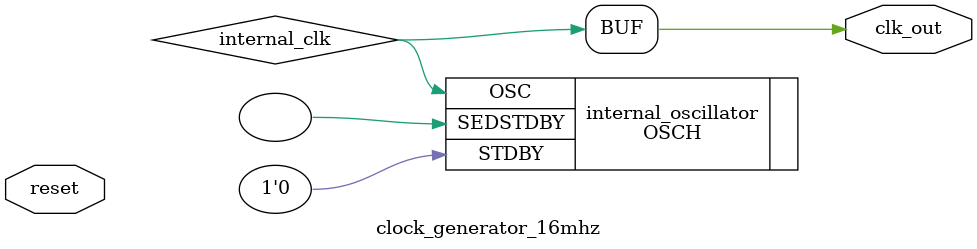
<source format=v>
module clock_generator_16mhz(
    input reset,
    output clk_out
);

    // Wire to connect the internal oscillator output
    wire internal_clk;

    // Instantiate the internal oscillator
    // Set the nominal frequency to the lowest possible value
    OSCH #(.NOM_FREQ("16.00")) internal_oscillator (
        .STDBY(1'b0),    // Oscillator enabled
        .OSC(internal_clk),
        .SEDSTDBY()
    );

    // Connect the oscillator output to clk_out
    assign clk_out = internal_clk;

endmodule

</source>
